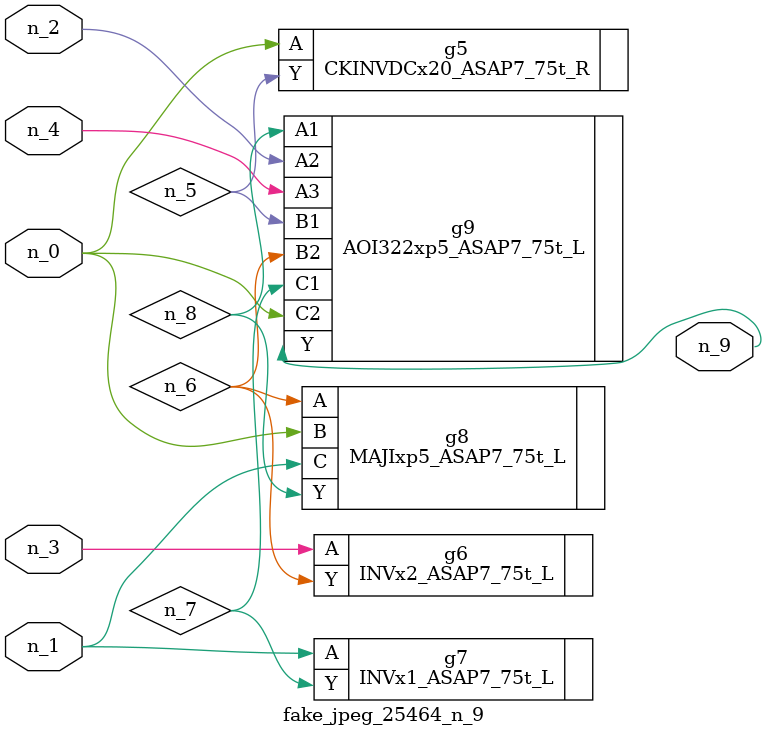
<source format=v>
module fake_jpeg_25464_n_9 (n_3, n_2, n_1, n_0, n_4, n_9);

input n_3;
input n_2;
input n_1;
input n_0;
input n_4;

output n_9;

wire n_8;
wire n_6;
wire n_5;
wire n_7;

CKINVDCx20_ASAP7_75t_R g5 ( 
.A(n_0),
.Y(n_5)
);

INVx2_ASAP7_75t_L g6 ( 
.A(n_3),
.Y(n_6)
);

INVx1_ASAP7_75t_L g7 ( 
.A(n_1),
.Y(n_7)
);

MAJIxp5_ASAP7_75t_L g8 ( 
.A(n_6),
.B(n_0),
.C(n_1),
.Y(n_8)
);

AOI322xp5_ASAP7_75t_L g9 ( 
.A1(n_8),
.A2(n_2),
.A3(n_4),
.B1(n_5),
.B2(n_6),
.C1(n_7),
.C2(n_0),
.Y(n_9)
);


endmodule
</source>
